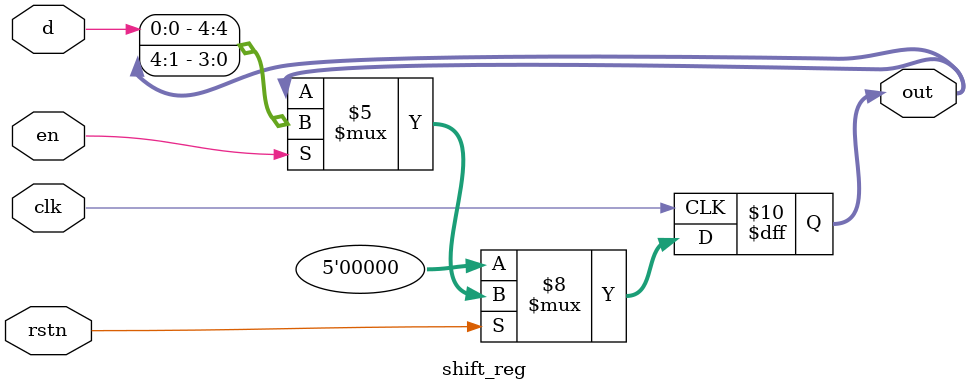
<source format=v>
module shift_reg #(parameter MSB = 5) 
(
    input d, 
    input clk, 
    input en,
    input rstn, 
    output reg [MSB-1:0] out
);
    always @ (posedge clk)  
        if (!rstn)
            out <= 0;
        else begin
            if (!en)
                out <= out;
            else
                out <= {d, out[MSB-1:1]};
        end
endmodule  
</source>
